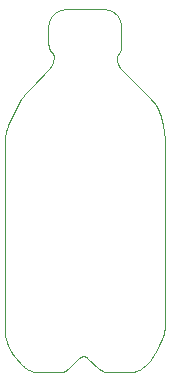
<source format=gbr>
%TF.GenerationSoftware,KiCad,Pcbnew,7.0.9*%
%TF.CreationDate,2023-12-02T23:29:04+01:00*%
%TF.ProjectId,bepis,62657069-732e-46b6-9963-61645f706362,rev?*%
%TF.SameCoordinates,Original*%
%TF.FileFunction,Profile,NP*%
%FSLAX46Y46*%
G04 Gerber Fmt 4.6, Leading zero omitted, Abs format (unit mm)*
G04 Created by KiCad (PCBNEW 7.0.9) date 2023-12-02 23:29:04*
%MOMM*%
%LPD*%
G01*
G04 APERTURE LIST*
%TA.AperFunction,Profile*%
%ADD10C,0.100000*%
%TD*%
G04 APERTURE END LIST*
D10*
X149791436Y-80218243D02*
X149746163Y-80221410D01*
X154705824Y-54340235D02*
X154734690Y-54386606D01*
X145101697Y-59955185D02*
X145125393Y-59858146D01*
X153624551Y-80217861D02*
X153569091Y-80208685D01*
X149130709Y-53348874D02*
X149125507Y-53333182D01*
X154702799Y-50299436D02*
X154731062Y-50361950D01*
X145122440Y-77452093D02*
X145104361Y-77386653D01*
X146104886Y-57583608D02*
X146205336Y-57422862D01*
X148792309Y-52854414D02*
X148779554Y-52817367D01*
X145759355Y-58258500D02*
X145837126Y-58085276D01*
X154560089Y-53386986D02*
X154546161Y-53409152D01*
X149895424Y-49528733D02*
X149967036Y-49516238D01*
X147127773Y-80074345D02*
X147047649Y-80036015D01*
X151341368Y-78998159D02*
X151323015Y-79014798D01*
X148953102Y-50159636D02*
X148994903Y-50100164D01*
X154646295Y-53280900D02*
X154619881Y-53313464D01*
X150185833Y-49500000D02*
X153430681Y-49500000D01*
X148732899Y-50691258D02*
X148748851Y-50620509D01*
X149036525Y-53184950D02*
X149016257Y-53161264D01*
X154671154Y-53247289D02*
X154646295Y-53280900D01*
X154600942Y-50122223D02*
X154637651Y-50179483D01*
X158436054Y-77104461D02*
X158413708Y-77172580D01*
X158363310Y-77306988D02*
X158335276Y-77373195D01*
X145827876Y-78846257D02*
X145785035Y-78797324D01*
X158413708Y-77172580D02*
X158389457Y-77240102D01*
X145920695Y-57914958D02*
X146009977Y-57747688D01*
X148702980Y-52356518D02*
X148703068Y-52317337D01*
X145487827Y-78373130D02*
X145456582Y-78316376D01*
X154379598Y-49866627D02*
X154428611Y-49913357D01*
X145280346Y-59382846D02*
X145318564Y-59290093D01*
X149246815Y-49835544D02*
X149304331Y-49790738D01*
X151462756Y-78920869D02*
X151441384Y-78931067D01*
X148767769Y-52780041D02*
X148756955Y-52742455D01*
X145061675Y-60150869D02*
X145080454Y-60052775D01*
X145072491Y-77254760D02*
X145058710Y-77188354D01*
X145000667Y-76649191D02*
X145000000Y-76581159D01*
X156649927Y-79881153D02*
X156545251Y-79949927D01*
X153793693Y-80229765D02*
X153736937Y-80228435D01*
X154504116Y-53503919D02*
X154497100Y-53528823D01*
X156090499Y-80155414D02*
X155967327Y-80187325D01*
X149967036Y-49516238D02*
X150039388Y-49507250D01*
X154491515Y-53554086D02*
X154487375Y-53579645D01*
X149618824Y-49612785D02*
X149686255Y-49586762D01*
X154533584Y-53431991D02*
X154522373Y-53455441D01*
X148834949Y-52946784D02*
X148827031Y-52933357D01*
X155573543Y-80229765D02*
X153793693Y-80229765D01*
X147642274Y-80212850D02*
X147553351Y-80201033D01*
X148723485Y-52589897D02*
X148717579Y-52551299D01*
X148717579Y-52551299D02*
X148712664Y-52512557D01*
X158544907Y-60359673D02*
X158549882Y-60461142D01*
X151323015Y-79014798D02*
X150352525Y-79957508D01*
X154835148Y-52824857D02*
X154828966Y-52866203D01*
X158488719Y-59854998D02*
X158504123Y-59955469D01*
X148827031Y-52933357D02*
X148819551Y-52919625D01*
X154103384Y-49670335D02*
X154162484Y-49704317D01*
X146750190Y-56702200D02*
X146836937Y-56598031D01*
X149113179Y-53302479D02*
X149106065Y-53287510D01*
X150112361Y-49501821D02*
X150185833Y-49500000D01*
X145001267Y-60747401D02*
X145005065Y-60647264D01*
X149153858Y-53568467D02*
X149151619Y-53491055D01*
X146749432Y-79841908D02*
X146681293Y-79783563D01*
X154825706Y-50696362D02*
X154834681Y-50766991D01*
X145002808Y-76717137D02*
X145000667Y-76649191D01*
X145026025Y-76987582D02*
X145018031Y-76920218D01*
X149087470Y-49987209D02*
X149138136Y-49933969D01*
X151484490Y-78911745D02*
X151462756Y-78920869D01*
X154831184Y-54519299D02*
X154866562Y-54561234D01*
X149016257Y-53161264D02*
X148995341Y-53138011D01*
X150173304Y-80094731D02*
X150134042Y-80116537D01*
X147047649Y-80036015D02*
X146969583Y-79993530D01*
X153569091Y-80208685D02*
X153514235Y-80196960D01*
X158529620Y-76685502D02*
X158518894Y-76756345D01*
X148994903Y-50100164D02*
X149039710Y-50042648D01*
X151528884Y-78896716D02*
X151506546Y-78903693D01*
X154756331Y-50426039D02*
X154778519Y-50491613D01*
X146893746Y-79946967D02*
X146820306Y-79896401D01*
X153645606Y-49516261D02*
X153715104Y-49528672D01*
X154569062Y-54042821D02*
X154587390Y-54094441D01*
X149077739Y-54019259D02*
X149100788Y-53946613D01*
X145018031Y-76920218D02*
X145011494Y-76852674D01*
X154903503Y-54601944D02*
X154941981Y-54641382D01*
X158031806Y-58077229D02*
X158099868Y-58230707D01*
X153514235Y-80196960D02*
X153460067Y-80182720D01*
X148857424Y-54419845D02*
X148903609Y-54358139D01*
X153061774Y-79982277D02*
X153017650Y-79946907D01*
X153430681Y-49500000D02*
X153503306Y-49501836D01*
X146820306Y-79896401D02*
X146749432Y-79841908D01*
X147248426Y-56134161D02*
X148754171Y-54535812D01*
X149151733Y-53645513D02*
X149153858Y-53568467D01*
X146422519Y-57111937D02*
X146539081Y-56962042D01*
X149968082Y-80183957D02*
X149924736Y-80195711D01*
X153715104Y-49528672D02*
X153783383Y-49544431D01*
X149135261Y-53364767D02*
X149130709Y-53348874D01*
X151933261Y-78954683D02*
X151912734Y-78942338D01*
X151735962Y-78882224D02*
X151712899Y-78879540D01*
X158506208Y-76826836D02*
X158491572Y-76896934D01*
X158549952Y-76471266D02*
X158545158Y-76542922D01*
X157957846Y-57926573D02*
X158031806Y-58077229D01*
X156545251Y-79949927D02*
X156437065Y-80012152D01*
X153107356Y-80015432D02*
X153061774Y-79982277D01*
X154497100Y-53528823D02*
X154491515Y-53554086D01*
X150039388Y-49507250D02*
X150112361Y-49501821D01*
X158553550Y-60664355D02*
X158553543Y-60664358D01*
X154162484Y-49704317D02*
X154219745Y-49741026D01*
X145151534Y-59761704D02*
X145180109Y-59665907D01*
X145211109Y-59570800D02*
X145244525Y-59476431D01*
X153574977Y-49507286D02*
X153645606Y-49516261D01*
X145011384Y-60547351D02*
X145020214Y-60447708D01*
X153680528Y-80224456D02*
X153624551Y-80217861D01*
X150248633Y-80045390D02*
X150211526Y-80071005D01*
X145000000Y-60847714D02*
X145001267Y-60747401D01*
X158528686Y-60157172D02*
X158537841Y-60258339D01*
X149924736Y-80195711D02*
X149880797Y-80205363D01*
X157502683Y-57221626D02*
X157604802Y-57355598D01*
X150352525Y-79957508D02*
X150319207Y-79988611D01*
X151758903Y-78885981D02*
X151735962Y-78882224D01*
X145005065Y-60647264D02*
X145011384Y-60547351D01*
X152975070Y-79909358D02*
X152010137Y-79014798D01*
X158305365Y-77438684D02*
X158097129Y-77877661D01*
X151848658Y-78911745D02*
X151826601Y-78903693D01*
X156437065Y-80012152D02*
X156325273Y-80067416D01*
X154754558Y-53103521D02*
X154736159Y-53140747D01*
X149138136Y-49933969D02*
X149191376Y-49883304D01*
X158217948Y-58545441D02*
X158267788Y-58706354D01*
X148720404Y-50762869D02*
X148732899Y-50691258D01*
X157164481Y-56843509D02*
X157282434Y-56965410D01*
X148754171Y-54535812D02*
X148807591Y-54479126D01*
X149686255Y-49586762D02*
X149754912Y-49564045D01*
X146311242Y-57265591D02*
X146422519Y-57111937D01*
X148846229Y-50348575D02*
X148878715Y-50283963D01*
X153783383Y-49544431D02*
X153850354Y-49563449D01*
X148889866Y-53022184D02*
X148870358Y-52997890D01*
X149880797Y-80205363D02*
X149836339Y-80212884D01*
X154607538Y-54145303D02*
X154629481Y-54195360D01*
X154428611Y-49913357D02*
X154475341Y-49962370D01*
X149824676Y-49544685D02*
X149895424Y-49528733D01*
X145371066Y-78141717D02*
X145345349Y-78082112D01*
X146993546Y-56416129D02*
X147071698Y-56328369D01*
X158161945Y-58386835D02*
X158217948Y-58545441D01*
X151804263Y-78896716D02*
X151781684Y-78890812D01*
X150010760Y-80170133D02*
X149968082Y-80183957D01*
X158504123Y-59955469D02*
X158517446Y-60056205D01*
X158537841Y-60258339D02*
X158544907Y-60359673D01*
X154799616Y-52987510D02*
X154786311Y-53026845D01*
X150284552Y-80017915D02*
X150248633Y-80045390D01*
X148995341Y-53138011D02*
X148952573Y-53092115D01*
X148878715Y-50283963D02*
X148914356Y-50220943D01*
X151666573Y-78877393D02*
X151643390Y-78877930D01*
X157862892Y-78343595D02*
X157734137Y-78578437D01*
X151399888Y-78954683D02*
X151379845Y-78968102D01*
X148816950Y-50414657D02*
X148846229Y-50348575D01*
X148779554Y-52817367D02*
X148767769Y-52780041D01*
X157395197Y-57091506D02*
X157502683Y-57221626D01*
X154475341Y-49962370D02*
X154519698Y-50013578D01*
X145837126Y-58085276D02*
X145920695Y-57914958D01*
X154484696Y-53605438D02*
X154483494Y-53631402D01*
X154841968Y-52741146D02*
X154839490Y-52783152D01*
X153202551Y-80074967D02*
X153154310Y-80046340D01*
X149106065Y-53287510D02*
X149098713Y-53273778D01*
X157792588Y-57634412D02*
X157878077Y-57778910D01*
X154552582Y-53990490D02*
X154569062Y-54042821D01*
X154941981Y-54641382D02*
X157164481Y-56843509D01*
X158379447Y-59201213D02*
X158488719Y-59854998D01*
X158335276Y-77373195D02*
X158305365Y-77438684D01*
X149144957Y-53413450D02*
X149142392Y-53397075D01*
X154797396Y-54476184D02*
X154831184Y-54519299D01*
X154485586Y-53683591D02*
X154488910Y-53709691D01*
X149050685Y-54090511D02*
X149077739Y-54019259D01*
X149552742Y-49642064D02*
X149618824Y-49612785D01*
X145046369Y-77121674D02*
X145035472Y-77054742D01*
X156751186Y-79806242D02*
X156649927Y-79881153D01*
X154629481Y-54195360D02*
X154653193Y-54244566D01*
X151870392Y-78920869D02*
X151848658Y-78911745D01*
X157596619Y-78810138D02*
X157449584Y-79035403D01*
X154637651Y-50179483D02*
X154671633Y-50238584D01*
X153302551Y-80125245D02*
X153251993Y-80101280D01*
X149191376Y-49883304D02*
X149246815Y-49835544D01*
X145035472Y-77054742D02*
X145026025Y-76987582D01*
X145020214Y-60447708D02*
X145031545Y-60348382D01*
X154840131Y-50838662D02*
X154841968Y-50911287D01*
X145626123Y-78592179D02*
X145589581Y-78538660D01*
X154483786Y-53657474D02*
X154485586Y-53683591D01*
X148819551Y-52919625D02*
X148812540Y-52905568D01*
X151991783Y-78998159D02*
X151972825Y-78982594D01*
X158553543Y-60664358D02*
X158553543Y-76327425D01*
X149488131Y-49674549D02*
X149552742Y-49642064D01*
X151826601Y-78903693D02*
X151804263Y-78896716D01*
X149019686Y-54160196D02*
X149050685Y-54090511D01*
X146681293Y-79783563D02*
X146616060Y-79721441D01*
X157123945Y-79453454D02*
X156943832Y-79639653D01*
X154525263Y-53883881D02*
X154537973Y-53937494D01*
X145743425Y-78747425D02*
X145703060Y-78696586D01*
X158549882Y-60461142D02*
X158552764Y-60562713D01*
X149119661Y-53317710D02*
X149113179Y-53302479D01*
X154694433Y-53212688D02*
X154671154Y-53247289D01*
X148851969Y-52972815D02*
X148834949Y-52946784D01*
X145298183Y-77960969D02*
X145185208Y-77646107D01*
X145000000Y-62128612D02*
X145000000Y-60847714D01*
X149836339Y-80212884D02*
X149791436Y-80218243D01*
X145000000Y-76128612D02*
X145000000Y-62128612D01*
X150211526Y-80071005D02*
X150173304Y-80094731D01*
X148705821Y-52434713D02*
X148703899Y-52395650D01*
X154653193Y-54244566D02*
X154678650Y-54292873D01*
X154841968Y-50911287D02*
X154841968Y-52741146D01*
X148870358Y-52997890D02*
X148851969Y-52972815D01*
X154519698Y-50013578D02*
X154561595Y-50066892D01*
X158348626Y-59034411D02*
X158379447Y-59201213D01*
X149119771Y-53872744D02*
X149134629Y-53797823D01*
X149142392Y-53397075D02*
X149139157Y-53380841D01*
X146616060Y-79721441D02*
X146553901Y-79655619D01*
X153503306Y-49501836D02*
X153574977Y-49507286D01*
X147732071Y-80219982D02*
X147642274Y-80212850D01*
X154731062Y-50361950D02*
X154756331Y-50426039D01*
X146009977Y-57747688D02*
X146104886Y-57583608D01*
X154716109Y-53177155D02*
X154694433Y-53212688D01*
X145456582Y-78316376D02*
X145426697Y-78258873D01*
X151574244Y-78885981D02*
X151551463Y-78890812D01*
X151972825Y-78982594D02*
X151953305Y-78968102D01*
X154813295Y-50626863D02*
X154825706Y-50696362D01*
X155840173Y-80210629D02*
X155708943Y-80224913D01*
X154736159Y-53140747D02*
X154716109Y-53177155D01*
X158456486Y-77035787D02*
X158436054Y-77104461D01*
X154328390Y-49822269D02*
X154379598Y-49866627D01*
X154765222Y-54431938D02*
X154797396Y-54476184D01*
X150093814Y-80136393D02*
X150052696Y-80154268D01*
X151891764Y-78931067D02*
X151870392Y-78920869D01*
X154522373Y-53455441D02*
X154512546Y-53479438D01*
X154797537Y-50558584D02*
X154813295Y-50626863D01*
X151643390Y-78877930D02*
X151620247Y-78879540D01*
X153354140Y-80146829D02*
X153302551Y-80125245D01*
X148708744Y-52473688D02*
X148705821Y-52434713D01*
X151712899Y-78879540D02*
X151689756Y-78877930D01*
X146205336Y-57422862D02*
X146311242Y-57265591D01*
X157701467Y-57493251D02*
X157792588Y-57634412D01*
X154734690Y-54386606D02*
X154765222Y-54431938D01*
X148747117Y-52704628D02*
X148738257Y-52666580D01*
X148790927Y-50482087D02*
X148816950Y-50414657D01*
X145080454Y-60052775D02*
X145101697Y-59955185D01*
X146553901Y-79655619D02*
X145827876Y-78846257D01*
X148952573Y-53092115D02*
X148910239Y-53045870D01*
X149700594Y-80222355D02*
X147822573Y-80222355D01*
X153154310Y-80046340D02*
X153107356Y-80015432D01*
X149100788Y-53946613D02*
X149119771Y-53872744D01*
X154546161Y-53409152D02*
X154533584Y-53431991D01*
X157734137Y-78578437D02*
X157596619Y-78810138D01*
X153915929Y-49585637D02*
X153980017Y-49610906D01*
X149151619Y-53491055D02*
X149144957Y-53413450D01*
X151781684Y-78890812D02*
X151758903Y-78885981D01*
X148910239Y-53045870D02*
X148889866Y-53022184D01*
X147465472Y-80184609D02*
X147378805Y-80163653D01*
X155708943Y-80224913D02*
X155573543Y-80229765D01*
X151360325Y-78982594D02*
X151341368Y-78998159D01*
X148712664Y-52512557D02*
X148708744Y-52473688D01*
X148946088Y-54294182D02*
X148984800Y-54228143D01*
X149746163Y-80221410D02*
X149700594Y-80222355D01*
X153017650Y-79946907D02*
X152975070Y-79909358D01*
X148703899Y-52395650D02*
X148702980Y-52356518D01*
X158474995Y-76966597D02*
X158456486Y-77035787D01*
X148705988Y-50908195D02*
X148711417Y-50835222D01*
X145162868Y-77581844D02*
X145141944Y-77517165D01*
X154219745Y-49741026D02*
X154275076Y-49780373D01*
X154839490Y-52783152D02*
X154835148Y-52824857D01*
X154488910Y-53709691D02*
X154493775Y-53735711D01*
X148748851Y-50620509D02*
X148768211Y-50550745D01*
X153980017Y-49610906D02*
X154042532Y-49639168D01*
X150319207Y-79988611D02*
X150284552Y-80017915D01*
X151379845Y-78968102D02*
X151360325Y-78982594D01*
X147071698Y-56328369D02*
X147248426Y-56134161D01*
X153406674Y-80165999D02*
X153354140Y-80146829D01*
X148914356Y-50220943D02*
X148953102Y-50159636D01*
X145185208Y-77646107D02*
X145162868Y-77581844D01*
X155967327Y-80187325D02*
X155840173Y-80210629D01*
X149098713Y-53273778D02*
X149090914Y-53260350D01*
X151953305Y-78968102D02*
X151933261Y-78954683D01*
X148730378Y-52628330D02*
X148723485Y-52589897D01*
X154820968Y-52907131D02*
X154811177Y-52947586D01*
X156209783Y-80115307D02*
X156090499Y-80155414D01*
X154778519Y-50491613D02*
X154797537Y-50558584D01*
X149134629Y-53797823D02*
X149145303Y-53722022D01*
X151441384Y-78931067D02*
X151420415Y-78942338D01*
X148806029Y-52891164D02*
X148792309Y-52854414D01*
X145785035Y-78797324D02*
X145743425Y-78747425D01*
X148703068Y-52317337D02*
X148704167Y-52278125D01*
X145031545Y-60348382D02*
X145045369Y-60249420D01*
X157449584Y-79035403D02*
X157292277Y-79250940D01*
X149304331Y-49790738D02*
X149363804Y-49748937D01*
X145104361Y-77386653D02*
X145087710Y-77320867D01*
X154591935Y-53344924D02*
X154575352Y-53365556D01*
X156325273Y-80067416D02*
X156209783Y-80115307D01*
X148984800Y-54228143D02*
X149019686Y-54160196D01*
X145045369Y-60249420D02*
X145061675Y-60150869D01*
X157292277Y-79250940D02*
X157123945Y-79453454D01*
X154678650Y-54292873D02*
X154705824Y-54340235D01*
X145141944Y-77517165D02*
X145122440Y-77452093D01*
X151620247Y-78879540D02*
X151597185Y-78882224D01*
X149039710Y-50042648D02*
X149087470Y-49987209D01*
X145520418Y-78429111D02*
X145487827Y-78373130D01*
X147209786Y-80108445D02*
X147127773Y-80074345D01*
X157878077Y-57778910D02*
X157957846Y-57926573D01*
X149090914Y-53260350D02*
X149074106Y-53234320D01*
X154575352Y-53365556D02*
X154560089Y-53386986D01*
X154275076Y-49780373D02*
X154328390Y-49822269D01*
X158267788Y-58706354D02*
X158311377Y-58869401D01*
X154042532Y-49639168D02*
X154103384Y-49670335D01*
X146836937Y-56598031D02*
X146916674Y-56504345D01*
X158311377Y-58869401D02*
X158348626Y-59034411D01*
X158518894Y-76756345D02*
X158506208Y-76826836D01*
X145398187Y-78200645D02*
X145371066Y-78141717D01*
X145554341Y-78484296D02*
X145520418Y-78429111D01*
X149139157Y-53380841D02*
X149135261Y-53364767D01*
X151689756Y-78877930D02*
X151666573Y-78877393D01*
X149074106Y-53234320D02*
X149055892Y-53209244D01*
X148738257Y-52666580D02*
X148730378Y-52628330D01*
X157282434Y-56965410D02*
X157395197Y-57091506D01*
X145426697Y-78258873D02*
X145398187Y-78200645D01*
X154866562Y-54561234D02*
X154903503Y-54601944D01*
X158517446Y-60056205D02*
X158528686Y-60157172D01*
X153460067Y-80182720D02*
X153406674Y-80165999D01*
X145087710Y-77320867D02*
X145072491Y-77254760D01*
X151420415Y-78942338D02*
X151399888Y-78954683D01*
X147822573Y-80222355D02*
X147732071Y-80219982D01*
X154671633Y-50238584D02*
X154702799Y-50299436D01*
X154561595Y-50066892D02*
X154600942Y-50122223D01*
X149055892Y-53209244D02*
X149036525Y-53184950D01*
X145345349Y-78082112D02*
X145321050Y-78021854D01*
X150052696Y-80154268D02*
X150010760Y-80170133D01*
X158553543Y-76327425D02*
X158552750Y-76399420D01*
X148768211Y-50550745D02*
X148790927Y-50482087D01*
X145244525Y-59476431D02*
X145280346Y-59382846D01*
X146969583Y-79993530D02*
X146893746Y-79946967D01*
X153251993Y-80101280D02*
X153202551Y-80074967D01*
X158552764Y-60562713D02*
X158553550Y-60664355D01*
X149125507Y-53333182D02*
X149119661Y-53317710D01*
X147293520Y-80138239D02*
X147209786Y-80108445D01*
X145318564Y-59290093D02*
X145759355Y-58258500D01*
X158097129Y-77877661D02*
X157862892Y-78343595D01*
X158099868Y-58230707D02*
X158161945Y-58386835D01*
X154619881Y-53313464D02*
X154591935Y-53344924D01*
X145011494Y-76852674D02*
X145006418Y-76784972D01*
X145058710Y-77188354D02*
X145046369Y-77121674D01*
X146539081Y-56962042D02*
X146750190Y-56702200D01*
X149754912Y-49564045D02*
X149824676Y-49544685D01*
X154834681Y-50766991D02*
X154840131Y-50838662D01*
X154811177Y-52947586D02*
X154799616Y-52987510D01*
X148704167Y-52278125D02*
X148704167Y-50981667D01*
X150134042Y-80116537D02*
X150093814Y-80136393D01*
X154587390Y-54094441D02*
X154607538Y-54145303D01*
X151506546Y-78903693D02*
X151484490Y-78911745D01*
X156849123Y-79725604D02*
X156751186Y-79806242D01*
X148807591Y-54479126D02*
X148857424Y-54419845D01*
X145180109Y-59665907D02*
X145211109Y-59570800D01*
X156943832Y-79639653D02*
X156849123Y-79725604D01*
X154828966Y-52866203D02*
X154820968Y-52907131D01*
X151912734Y-78942338D02*
X151891764Y-78931067D01*
X154493775Y-53735711D02*
X154525263Y-53883881D01*
X145663955Y-78644829D02*
X145626123Y-78592179D01*
X146916674Y-56504345D02*
X146993546Y-56416129D01*
X151551463Y-78890812D02*
X151528884Y-78896716D01*
X148704167Y-50981667D02*
X148705988Y-50908195D01*
X154786311Y-53026845D02*
X154771283Y-53065535D01*
X158491572Y-76896934D02*
X158474995Y-76966597D01*
X145125393Y-59858146D02*
X145151534Y-59761704D01*
X157604802Y-57355598D02*
X157701467Y-57493251D01*
X145000000Y-76581159D02*
X145000000Y-76128612D01*
X147553351Y-80201033D02*
X147465472Y-80184609D01*
X145321050Y-78021854D02*
X145298183Y-77960969D01*
X152010137Y-79014798D02*
X151991783Y-78998159D01*
X147378805Y-80163653D02*
X147293520Y-80138239D01*
X153850354Y-49563449D02*
X153915929Y-49585637D01*
X148711417Y-50835222D02*
X148720404Y-50762869D01*
X154512546Y-53479438D02*
X154504116Y-53503919D01*
X148756955Y-52742455D02*
X148747117Y-52704628D01*
X154771283Y-53065535D02*
X154754558Y-53103521D01*
X154483494Y-53631402D02*
X154483786Y-53657474D01*
X158545158Y-76542922D02*
X158538378Y-76614348D01*
X149425111Y-49710190D02*
X149488131Y-49674549D01*
X158538378Y-76614348D02*
X158529620Y-76685502D01*
X149363804Y-49748937D02*
X149425111Y-49710190D01*
X153736937Y-80228435D02*
X153680528Y-80224456D01*
X151597185Y-78882224D02*
X151574244Y-78885981D01*
X154487375Y-53579645D02*
X154484696Y-53605438D01*
X148903609Y-54358139D02*
X148946088Y-54294182D01*
X145703060Y-78696586D02*
X145663955Y-78644829D01*
X145006418Y-76784972D02*
X145002808Y-76717137D01*
X154537973Y-53937494D02*
X154552582Y-53990490D01*
X158389457Y-77240102D02*
X158363310Y-77306988D01*
X148812540Y-52905568D02*
X148806029Y-52891164D01*
X145589581Y-78538660D02*
X145554341Y-78484296D01*
X149145303Y-53722022D02*
X149151733Y-53645513D01*
X158552750Y-76399420D02*
X158549952Y-76471266D01*
M02*

</source>
